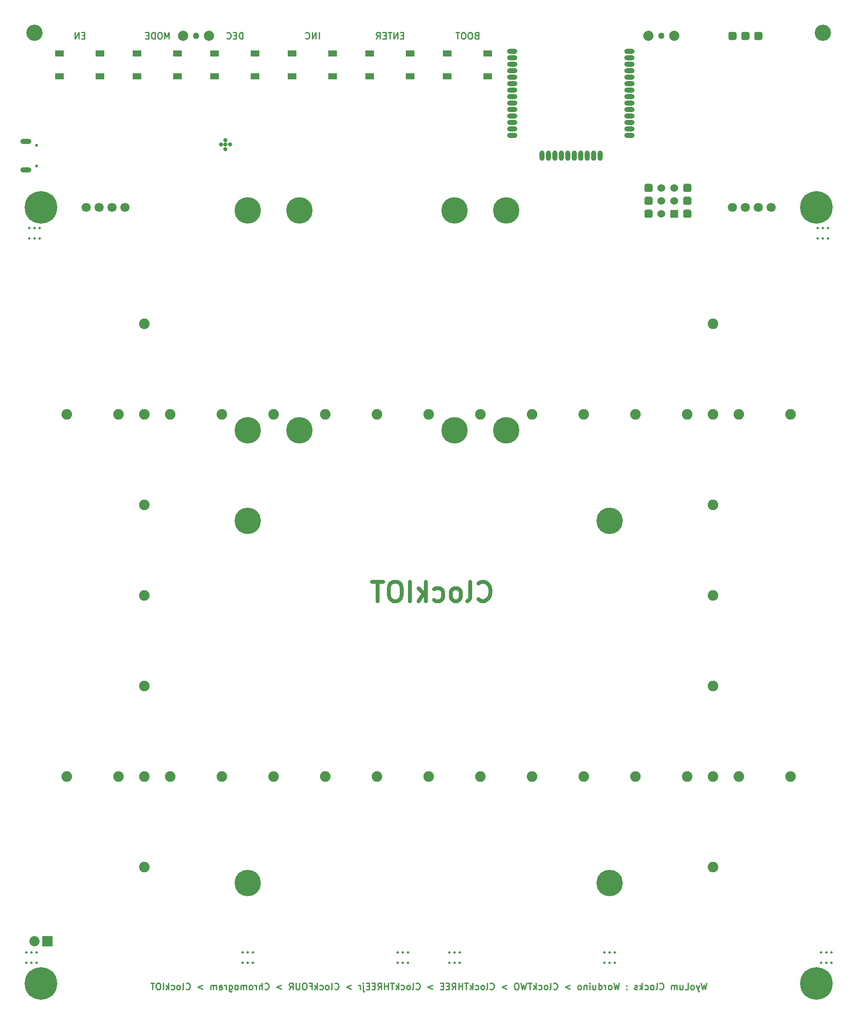
<source format=gbs>
G04 #@! TF.GenerationSoftware,KiCad,Pcbnew,5.0.0-rc2-unknown-6d77e59~65~ubuntu16.04.1*
G04 #@! TF.CreationDate,2018-06-25T19:28:44+05:30*
G04 #@! TF.ProjectId,ClockIOT,436C6F636B494F542E6B696361645F70,rev 1*
G04 #@! TF.SameCoordinates,PX2fd7508PY2fd7508*
G04 #@! TF.FileFunction,Soldermask,Bot*
G04 #@! TF.FilePolarity,Negative*
%FSLAX46Y46*%
G04 Gerber Fmt 4.6, Leading zero omitted, Abs format (unit mm)*
G04 Created by KiCad (PCBNEW 5.0.0-rc2-unknown-6d77e59~65~ubuntu16.04.1) date Mon Jun 25 19:28:44 2018*
%MOMM*%
%LPD*%
G01*
G04 APERTURE LIST*
%ADD10C,0.254000*%
%ADD11C,0.762000*%
%ADD12O,2.150000X1.050000*%
%ADD13C,0.600000*%
%ADD14R,1.800000X1.300000*%
%ADD15C,5.200000*%
%ADD16C,6.400000*%
%ADD17C,0.800000*%
%ADD18O,2.000000X1.000000*%
%ADD19O,1.000000X2.000000*%
%ADD20C,2.082800*%
%ADD21O,2.000000X2.000000*%
%ADD22R,2.000000X2.000000*%
%ADD23C,0.508000*%
%ADD24C,1.800000*%
%ADD25C,1.524000*%
%ADD26R,1.524000X1.524000*%
%ADD27C,0.127000*%
%ADD28C,1.600000*%
%ADD29C,1.270000*%
%ADD30C,2.000000*%
%ADD31C,3.200000*%
G04 APERTURE END LIST*
D10*
X135889999Y-189804523D02*
X135587619Y-191074523D01*
X135345714Y-190167380D01*
X135103809Y-191074523D01*
X134801428Y-189804523D01*
X134438571Y-190227857D02*
X134136190Y-191074523D01*
X133833809Y-190227857D02*
X134136190Y-191074523D01*
X134257142Y-191376904D01*
X134317619Y-191437380D01*
X134438571Y-191497857D01*
X133168571Y-191074523D02*
X133289523Y-191014047D01*
X133349999Y-190953571D01*
X133410476Y-190832619D01*
X133410476Y-190469761D01*
X133349999Y-190348809D01*
X133289523Y-190288333D01*
X133168571Y-190227857D01*
X132987142Y-190227857D01*
X132866190Y-190288333D01*
X132805714Y-190348809D01*
X132745238Y-190469761D01*
X132745238Y-190832619D01*
X132805714Y-190953571D01*
X132866190Y-191014047D01*
X132987142Y-191074523D01*
X133168571Y-191074523D01*
X131596190Y-191074523D02*
X132200952Y-191074523D01*
X132200952Y-189804523D01*
X130628571Y-190227857D02*
X130628571Y-191074523D01*
X131172857Y-190227857D02*
X131172857Y-190893095D01*
X131112380Y-191014047D01*
X130991428Y-191074523D01*
X130809999Y-191074523D01*
X130689047Y-191014047D01*
X130628571Y-190953571D01*
X130023809Y-191074523D02*
X130023809Y-190227857D01*
X130023809Y-190348809D02*
X129963333Y-190288333D01*
X129842380Y-190227857D01*
X129660952Y-190227857D01*
X129539999Y-190288333D01*
X129479523Y-190409285D01*
X129479523Y-191074523D01*
X129479523Y-190409285D02*
X129419047Y-190288333D01*
X129298095Y-190227857D01*
X129116666Y-190227857D01*
X128995714Y-190288333D01*
X128935238Y-190409285D01*
X128935238Y-191074523D01*
X126637142Y-190953571D02*
X126697619Y-191014047D01*
X126879047Y-191074523D01*
X127000000Y-191074523D01*
X127181428Y-191014047D01*
X127302380Y-190893095D01*
X127362857Y-190772142D01*
X127423333Y-190530238D01*
X127423333Y-190348809D01*
X127362857Y-190106904D01*
X127302380Y-189985952D01*
X127181428Y-189865000D01*
X127000000Y-189804523D01*
X126879047Y-189804523D01*
X126697619Y-189865000D01*
X126637142Y-189925476D01*
X125911428Y-191074523D02*
X126032380Y-191014047D01*
X126092857Y-190893095D01*
X126092857Y-189804523D01*
X125246190Y-191074523D02*
X125367142Y-191014047D01*
X125427619Y-190953571D01*
X125488095Y-190832619D01*
X125488095Y-190469761D01*
X125427619Y-190348809D01*
X125367142Y-190288333D01*
X125246190Y-190227857D01*
X125064761Y-190227857D01*
X124943809Y-190288333D01*
X124883333Y-190348809D01*
X124822857Y-190469761D01*
X124822857Y-190832619D01*
X124883333Y-190953571D01*
X124943809Y-191014047D01*
X125064761Y-191074523D01*
X125246190Y-191074523D01*
X123734285Y-191014047D02*
X123855238Y-191074523D01*
X124097142Y-191074523D01*
X124218095Y-191014047D01*
X124278571Y-190953571D01*
X124339047Y-190832619D01*
X124339047Y-190469761D01*
X124278571Y-190348809D01*
X124218095Y-190288333D01*
X124097142Y-190227857D01*
X123855238Y-190227857D01*
X123734285Y-190288333D01*
X123190000Y-191074523D02*
X123190000Y-189804523D01*
X123069047Y-190590714D02*
X122706190Y-191074523D01*
X122706190Y-190227857D02*
X123190000Y-190711666D01*
X122222380Y-191014047D02*
X122101428Y-191074523D01*
X121859523Y-191074523D01*
X121738571Y-191014047D01*
X121678095Y-190893095D01*
X121678095Y-190832619D01*
X121738571Y-190711666D01*
X121859523Y-190651190D01*
X122040952Y-190651190D01*
X122161904Y-190590714D01*
X122222380Y-190469761D01*
X122222380Y-190409285D01*
X122161904Y-190288333D01*
X122040952Y-190227857D01*
X121859523Y-190227857D01*
X121738571Y-190288333D01*
X120166190Y-190953571D02*
X120105714Y-191014047D01*
X120166190Y-191074523D01*
X120226666Y-191014047D01*
X120166190Y-190953571D01*
X120166190Y-191074523D01*
X120166190Y-190288333D02*
X120105714Y-190348809D01*
X120166190Y-190409285D01*
X120226666Y-190348809D01*
X120166190Y-190288333D01*
X120166190Y-190409285D01*
X118714761Y-189804523D02*
X118412380Y-191074523D01*
X118170476Y-190167380D01*
X117928571Y-191074523D01*
X117626190Y-189804523D01*
X116960952Y-191074523D02*
X117081904Y-191014047D01*
X117142380Y-190953571D01*
X117202857Y-190832619D01*
X117202857Y-190469761D01*
X117142380Y-190348809D01*
X117081904Y-190288333D01*
X116960952Y-190227857D01*
X116779523Y-190227857D01*
X116658571Y-190288333D01*
X116598095Y-190348809D01*
X116537619Y-190469761D01*
X116537619Y-190832619D01*
X116598095Y-190953571D01*
X116658571Y-191014047D01*
X116779523Y-191074523D01*
X116960952Y-191074523D01*
X115993333Y-191074523D02*
X115993333Y-190227857D01*
X115993333Y-190469761D02*
X115932857Y-190348809D01*
X115872380Y-190288333D01*
X115751428Y-190227857D01*
X115630476Y-190227857D01*
X114662857Y-191074523D02*
X114662857Y-189804523D01*
X114662857Y-191014047D02*
X114783809Y-191074523D01*
X115025714Y-191074523D01*
X115146666Y-191014047D01*
X115207142Y-190953571D01*
X115267619Y-190832619D01*
X115267619Y-190469761D01*
X115207142Y-190348809D01*
X115146666Y-190288333D01*
X115025714Y-190227857D01*
X114783809Y-190227857D01*
X114662857Y-190288333D01*
X113513809Y-190227857D02*
X113513809Y-191074523D01*
X114058095Y-190227857D02*
X114058095Y-190893095D01*
X113997619Y-191014047D01*
X113876666Y-191074523D01*
X113695238Y-191074523D01*
X113574285Y-191014047D01*
X113513809Y-190953571D01*
X112909047Y-191074523D02*
X112909047Y-190227857D01*
X112909047Y-189804523D02*
X112969523Y-189865000D01*
X112909047Y-189925476D01*
X112848571Y-189865000D01*
X112909047Y-189804523D01*
X112909047Y-189925476D01*
X112304285Y-190227857D02*
X112304285Y-191074523D01*
X112304285Y-190348809D02*
X112243809Y-190288333D01*
X112122857Y-190227857D01*
X111941428Y-190227857D01*
X111820476Y-190288333D01*
X111760000Y-190409285D01*
X111760000Y-191074523D01*
X110973809Y-191074523D02*
X111094761Y-191014047D01*
X111155238Y-190953571D01*
X111215714Y-190832619D01*
X111215714Y-190469761D01*
X111155238Y-190348809D01*
X111094761Y-190288333D01*
X110973809Y-190227857D01*
X110792380Y-190227857D01*
X110671428Y-190288333D01*
X110610952Y-190348809D01*
X110550476Y-190469761D01*
X110550476Y-190832619D01*
X110610952Y-190953571D01*
X110671428Y-191014047D01*
X110792380Y-191074523D01*
X110973809Y-191074523D01*
X109038571Y-190227857D02*
X108070952Y-190590714D01*
X109038571Y-190953571D01*
X105772857Y-190953571D02*
X105833333Y-191014047D01*
X106014761Y-191074523D01*
X106135714Y-191074523D01*
X106317142Y-191014047D01*
X106438095Y-190893095D01*
X106498571Y-190772142D01*
X106559047Y-190530238D01*
X106559047Y-190348809D01*
X106498571Y-190106904D01*
X106438095Y-189985952D01*
X106317142Y-189865000D01*
X106135714Y-189804523D01*
X106014761Y-189804523D01*
X105833333Y-189865000D01*
X105772857Y-189925476D01*
X105047142Y-191074523D02*
X105168095Y-191014047D01*
X105228571Y-190893095D01*
X105228571Y-189804523D01*
X104381904Y-191074523D02*
X104502857Y-191014047D01*
X104563333Y-190953571D01*
X104623809Y-190832619D01*
X104623809Y-190469761D01*
X104563333Y-190348809D01*
X104502857Y-190288333D01*
X104381904Y-190227857D01*
X104200476Y-190227857D01*
X104079523Y-190288333D01*
X104019047Y-190348809D01*
X103958571Y-190469761D01*
X103958571Y-190832619D01*
X104019047Y-190953571D01*
X104079523Y-191014047D01*
X104200476Y-191074523D01*
X104381904Y-191074523D01*
X102870000Y-191014047D02*
X102990952Y-191074523D01*
X103232857Y-191074523D01*
X103353809Y-191014047D01*
X103414285Y-190953571D01*
X103474761Y-190832619D01*
X103474761Y-190469761D01*
X103414285Y-190348809D01*
X103353809Y-190288333D01*
X103232857Y-190227857D01*
X102990952Y-190227857D01*
X102870000Y-190288333D01*
X102325714Y-191074523D02*
X102325714Y-189804523D01*
X102204761Y-190590714D02*
X101841904Y-191074523D01*
X101841904Y-190227857D02*
X102325714Y-190711666D01*
X101479047Y-189804523D02*
X100753333Y-189804523D01*
X101116190Y-191074523D02*
X101116190Y-189804523D01*
X100450952Y-189804523D02*
X100148571Y-191074523D01*
X99906666Y-190167380D01*
X99664761Y-191074523D01*
X99362380Y-189804523D01*
X98636666Y-189804523D02*
X98394761Y-189804523D01*
X98273809Y-189865000D01*
X98152857Y-189985952D01*
X98092380Y-190227857D01*
X98092380Y-190651190D01*
X98152857Y-190893095D01*
X98273809Y-191014047D01*
X98394761Y-191074523D01*
X98636666Y-191074523D01*
X98757619Y-191014047D01*
X98878571Y-190893095D01*
X98939047Y-190651190D01*
X98939047Y-190227857D01*
X98878571Y-189985952D01*
X98757619Y-189865000D01*
X98636666Y-189804523D01*
X96580476Y-190227857D02*
X95612857Y-190590714D01*
X96580476Y-190953571D01*
X93314761Y-190953571D02*
X93375238Y-191014047D01*
X93556666Y-191074523D01*
X93677619Y-191074523D01*
X93859047Y-191014047D01*
X93980000Y-190893095D01*
X94040476Y-190772142D01*
X94100952Y-190530238D01*
X94100952Y-190348809D01*
X94040476Y-190106904D01*
X93980000Y-189985952D01*
X93859047Y-189865000D01*
X93677619Y-189804523D01*
X93556666Y-189804523D01*
X93375238Y-189865000D01*
X93314761Y-189925476D01*
X92589047Y-191074523D02*
X92710000Y-191014047D01*
X92770476Y-190893095D01*
X92770476Y-189804523D01*
X91923809Y-191074523D02*
X92044761Y-191014047D01*
X92105238Y-190953571D01*
X92165714Y-190832619D01*
X92165714Y-190469761D01*
X92105238Y-190348809D01*
X92044761Y-190288333D01*
X91923809Y-190227857D01*
X91742380Y-190227857D01*
X91621428Y-190288333D01*
X91560952Y-190348809D01*
X91500476Y-190469761D01*
X91500476Y-190832619D01*
X91560952Y-190953571D01*
X91621428Y-191014047D01*
X91742380Y-191074523D01*
X91923809Y-191074523D01*
X90411904Y-191014047D02*
X90532857Y-191074523D01*
X90774761Y-191074523D01*
X90895714Y-191014047D01*
X90956190Y-190953571D01*
X91016666Y-190832619D01*
X91016666Y-190469761D01*
X90956190Y-190348809D01*
X90895714Y-190288333D01*
X90774761Y-190227857D01*
X90532857Y-190227857D01*
X90411904Y-190288333D01*
X89867619Y-191074523D02*
X89867619Y-189804523D01*
X89746666Y-190590714D02*
X89383809Y-191074523D01*
X89383809Y-190227857D02*
X89867619Y-190711666D01*
X89020952Y-189804523D02*
X88295238Y-189804523D01*
X88658095Y-191074523D02*
X88658095Y-189804523D01*
X87871904Y-191074523D02*
X87871904Y-189804523D01*
X87871904Y-190409285D02*
X87146190Y-190409285D01*
X87146190Y-191074523D02*
X87146190Y-189804523D01*
X85815714Y-191074523D02*
X86239047Y-190469761D01*
X86541428Y-191074523D02*
X86541428Y-189804523D01*
X86057619Y-189804523D01*
X85936666Y-189865000D01*
X85876190Y-189925476D01*
X85815714Y-190046428D01*
X85815714Y-190227857D01*
X85876190Y-190348809D01*
X85936666Y-190409285D01*
X86057619Y-190469761D01*
X86541428Y-190469761D01*
X85271428Y-190409285D02*
X84848095Y-190409285D01*
X84666666Y-191074523D02*
X85271428Y-191074523D01*
X85271428Y-189804523D01*
X84666666Y-189804523D01*
X84122380Y-190409285D02*
X83699047Y-190409285D01*
X83517619Y-191074523D02*
X84122380Y-191074523D01*
X84122380Y-189804523D01*
X83517619Y-189804523D01*
X82005714Y-190227857D02*
X81038095Y-190590714D01*
X82005714Y-190953571D01*
X78740000Y-190953571D02*
X78800476Y-191014047D01*
X78981904Y-191074523D01*
X79102857Y-191074523D01*
X79284285Y-191014047D01*
X79405238Y-190893095D01*
X79465714Y-190772142D01*
X79526190Y-190530238D01*
X79526190Y-190348809D01*
X79465714Y-190106904D01*
X79405238Y-189985952D01*
X79284285Y-189865000D01*
X79102857Y-189804523D01*
X78981904Y-189804523D01*
X78800476Y-189865000D01*
X78740000Y-189925476D01*
X78014285Y-191074523D02*
X78135238Y-191014047D01*
X78195714Y-190893095D01*
X78195714Y-189804523D01*
X77349047Y-191074523D02*
X77470000Y-191014047D01*
X77530476Y-190953571D01*
X77590952Y-190832619D01*
X77590952Y-190469761D01*
X77530476Y-190348809D01*
X77470000Y-190288333D01*
X77349047Y-190227857D01*
X77167619Y-190227857D01*
X77046666Y-190288333D01*
X76986190Y-190348809D01*
X76925714Y-190469761D01*
X76925714Y-190832619D01*
X76986190Y-190953571D01*
X77046666Y-191014047D01*
X77167619Y-191074523D01*
X77349047Y-191074523D01*
X75837142Y-191014047D02*
X75958095Y-191074523D01*
X76200000Y-191074523D01*
X76320952Y-191014047D01*
X76381428Y-190953571D01*
X76441904Y-190832619D01*
X76441904Y-190469761D01*
X76381428Y-190348809D01*
X76320952Y-190288333D01*
X76200000Y-190227857D01*
X75958095Y-190227857D01*
X75837142Y-190288333D01*
X75292857Y-191074523D02*
X75292857Y-189804523D01*
X75171904Y-190590714D02*
X74809047Y-191074523D01*
X74809047Y-190227857D02*
X75292857Y-190711666D01*
X74446190Y-189804523D02*
X73720476Y-189804523D01*
X74083333Y-191074523D02*
X74083333Y-189804523D01*
X73297142Y-191074523D02*
X73297142Y-189804523D01*
X73297142Y-190409285D02*
X72571428Y-190409285D01*
X72571428Y-191074523D02*
X72571428Y-189804523D01*
X71240952Y-191074523D02*
X71664285Y-190469761D01*
X71966666Y-191074523D02*
X71966666Y-189804523D01*
X71482857Y-189804523D01*
X71361904Y-189865000D01*
X71301428Y-189925476D01*
X71240952Y-190046428D01*
X71240952Y-190227857D01*
X71301428Y-190348809D01*
X71361904Y-190409285D01*
X71482857Y-190469761D01*
X71966666Y-190469761D01*
X70696666Y-190409285D02*
X70273333Y-190409285D01*
X70091904Y-191074523D02*
X70696666Y-191074523D01*
X70696666Y-189804523D01*
X70091904Y-189804523D01*
X69547619Y-190409285D02*
X69124285Y-190409285D01*
X68942857Y-191074523D02*
X69547619Y-191074523D01*
X69547619Y-189804523D01*
X68942857Y-189804523D01*
X68398571Y-190227857D02*
X68398571Y-191316428D01*
X68459047Y-191437380D01*
X68580000Y-191497857D01*
X68640476Y-191497857D01*
X68398571Y-189804523D02*
X68459047Y-189865000D01*
X68398571Y-189925476D01*
X68338095Y-189865000D01*
X68398571Y-189804523D01*
X68398571Y-189925476D01*
X67793809Y-191074523D02*
X67793809Y-190227857D01*
X67793809Y-190469761D02*
X67733333Y-190348809D01*
X67672857Y-190288333D01*
X67551904Y-190227857D01*
X67430952Y-190227857D01*
X66040000Y-190227857D02*
X65072380Y-190590714D01*
X66040000Y-190953571D01*
X62774285Y-190953571D02*
X62834761Y-191014047D01*
X63016190Y-191074523D01*
X63137142Y-191074523D01*
X63318571Y-191014047D01*
X63439523Y-190893095D01*
X63500000Y-190772142D01*
X63560476Y-190530238D01*
X63560476Y-190348809D01*
X63500000Y-190106904D01*
X63439523Y-189985952D01*
X63318571Y-189865000D01*
X63137142Y-189804523D01*
X63016190Y-189804523D01*
X62834761Y-189865000D01*
X62774285Y-189925476D01*
X62048571Y-191074523D02*
X62169523Y-191014047D01*
X62230000Y-190893095D01*
X62230000Y-189804523D01*
X61383333Y-191074523D02*
X61504285Y-191014047D01*
X61564761Y-190953571D01*
X61625238Y-190832619D01*
X61625238Y-190469761D01*
X61564761Y-190348809D01*
X61504285Y-190288333D01*
X61383333Y-190227857D01*
X61201904Y-190227857D01*
X61080952Y-190288333D01*
X61020476Y-190348809D01*
X60960000Y-190469761D01*
X60960000Y-190832619D01*
X61020476Y-190953571D01*
X61080952Y-191014047D01*
X61201904Y-191074523D01*
X61383333Y-191074523D01*
X59871428Y-191014047D02*
X59992380Y-191074523D01*
X60234285Y-191074523D01*
X60355238Y-191014047D01*
X60415714Y-190953571D01*
X60476190Y-190832619D01*
X60476190Y-190469761D01*
X60415714Y-190348809D01*
X60355238Y-190288333D01*
X60234285Y-190227857D01*
X59992380Y-190227857D01*
X59871428Y-190288333D01*
X59327142Y-191074523D02*
X59327142Y-189804523D01*
X59206190Y-190590714D02*
X58843333Y-191074523D01*
X58843333Y-190227857D02*
X59327142Y-190711666D01*
X57875714Y-190409285D02*
X58299047Y-190409285D01*
X58299047Y-191074523D02*
X58299047Y-189804523D01*
X57694285Y-189804523D01*
X56968571Y-189804523D02*
X56726666Y-189804523D01*
X56605714Y-189865000D01*
X56484761Y-189985952D01*
X56424285Y-190227857D01*
X56424285Y-190651190D01*
X56484761Y-190893095D01*
X56605714Y-191014047D01*
X56726666Y-191074523D01*
X56968571Y-191074523D01*
X57089523Y-191014047D01*
X57210476Y-190893095D01*
X57270952Y-190651190D01*
X57270952Y-190227857D01*
X57210476Y-189985952D01*
X57089523Y-189865000D01*
X56968571Y-189804523D01*
X55880000Y-189804523D02*
X55880000Y-190832619D01*
X55819523Y-190953571D01*
X55759047Y-191014047D01*
X55638095Y-191074523D01*
X55396190Y-191074523D01*
X55275238Y-191014047D01*
X55214761Y-190953571D01*
X55154285Y-190832619D01*
X55154285Y-189804523D01*
X53823809Y-191074523D02*
X54247142Y-190469761D01*
X54549523Y-191074523D02*
X54549523Y-189804523D01*
X54065714Y-189804523D01*
X53944761Y-189865000D01*
X53884285Y-189925476D01*
X53823809Y-190046428D01*
X53823809Y-190227857D01*
X53884285Y-190348809D01*
X53944761Y-190409285D01*
X54065714Y-190469761D01*
X54549523Y-190469761D01*
X52311904Y-190227857D02*
X51344285Y-190590714D01*
X52311904Y-190953571D01*
X49046190Y-190953571D02*
X49106666Y-191014047D01*
X49288095Y-191074523D01*
X49409047Y-191074523D01*
X49590476Y-191014047D01*
X49711428Y-190893095D01*
X49771904Y-190772142D01*
X49832380Y-190530238D01*
X49832380Y-190348809D01*
X49771904Y-190106904D01*
X49711428Y-189985952D01*
X49590476Y-189865000D01*
X49409047Y-189804523D01*
X49288095Y-189804523D01*
X49106666Y-189865000D01*
X49046190Y-189925476D01*
X48501904Y-191074523D02*
X48501904Y-189804523D01*
X47957619Y-191074523D02*
X47957619Y-190409285D01*
X48018095Y-190288333D01*
X48139047Y-190227857D01*
X48320476Y-190227857D01*
X48441428Y-190288333D01*
X48501904Y-190348809D01*
X47352857Y-191074523D02*
X47352857Y-190227857D01*
X47352857Y-190469761D02*
X47292380Y-190348809D01*
X47231904Y-190288333D01*
X47110952Y-190227857D01*
X46990000Y-190227857D01*
X46385238Y-191074523D02*
X46506190Y-191014047D01*
X46566666Y-190953571D01*
X46627142Y-190832619D01*
X46627142Y-190469761D01*
X46566666Y-190348809D01*
X46506190Y-190288333D01*
X46385238Y-190227857D01*
X46203809Y-190227857D01*
X46082857Y-190288333D01*
X46022380Y-190348809D01*
X45961904Y-190469761D01*
X45961904Y-190832619D01*
X46022380Y-190953571D01*
X46082857Y-191014047D01*
X46203809Y-191074523D01*
X46385238Y-191074523D01*
X45417619Y-191074523D02*
X45417619Y-190227857D01*
X45417619Y-190348809D02*
X45357142Y-190288333D01*
X45236190Y-190227857D01*
X45054761Y-190227857D01*
X44933809Y-190288333D01*
X44873333Y-190409285D01*
X44873333Y-191074523D01*
X44873333Y-190409285D02*
X44812857Y-190288333D01*
X44691904Y-190227857D01*
X44510476Y-190227857D01*
X44389523Y-190288333D01*
X44329047Y-190409285D01*
X44329047Y-191074523D01*
X43542857Y-191074523D02*
X43663809Y-191014047D01*
X43724285Y-190953571D01*
X43784761Y-190832619D01*
X43784761Y-190469761D01*
X43724285Y-190348809D01*
X43663809Y-190288333D01*
X43542857Y-190227857D01*
X43361428Y-190227857D01*
X43240476Y-190288333D01*
X43180000Y-190348809D01*
X43119523Y-190469761D01*
X43119523Y-190832619D01*
X43180000Y-190953571D01*
X43240476Y-191014047D01*
X43361428Y-191074523D01*
X43542857Y-191074523D01*
X42030952Y-190227857D02*
X42030952Y-191255952D01*
X42091428Y-191376904D01*
X42151904Y-191437380D01*
X42272857Y-191497857D01*
X42454285Y-191497857D01*
X42575238Y-191437380D01*
X42030952Y-191014047D02*
X42151904Y-191074523D01*
X42393809Y-191074523D01*
X42514761Y-191014047D01*
X42575238Y-190953571D01*
X42635714Y-190832619D01*
X42635714Y-190469761D01*
X42575238Y-190348809D01*
X42514761Y-190288333D01*
X42393809Y-190227857D01*
X42151904Y-190227857D01*
X42030952Y-190288333D01*
X41426190Y-191074523D02*
X41426190Y-190227857D01*
X41426190Y-190469761D02*
X41365714Y-190348809D01*
X41305238Y-190288333D01*
X41184285Y-190227857D01*
X41063333Y-190227857D01*
X40095714Y-191074523D02*
X40095714Y-190409285D01*
X40156190Y-190288333D01*
X40277142Y-190227857D01*
X40519047Y-190227857D01*
X40640000Y-190288333D01*
X40095714Y-191014047D02*
X40216666Y-191074523D01*
X40519047Y-191074523D01*
X40640000Y-191014047D01*
X40700476Y-190893095D01*
X40700476Y-190772142D01*
X40640000Y-190651190D01*
X40519047Y-190590714D01*
X40216666Y-190590714D01*
X40095714Y-190530238D01*
X39490952Y-191074523D02*
X39490952Y-190227857D01*
X39490952Y-190348809D02*
X39430476Y-190288333D01*
X39309523Y-190227857D01*
X39128095Y-190227857D01*
X39007142Y-190288333D01*
X38946666Y-190409285D01*
X38946666Y-191074523D01*
X38946666Y-190409285D02*
X38886190Y-190288333D01*
X38765238Y-190227857D01*
X38583809Y-190227857D01*
X38462857Y-190288333D01*
X38402380Y-190409285D01*
X38402380Y-191074523D01*
X36830000Y-190227857D02*
X35862380Y-190590714D01*
X36830000Y-190953571D01*
X33564285Y-190953571D02*
X33624761Y-191014047D01*
X33806190Y-191074523D01*
X33927142Y-191074523D01*
X34108571Y-191014047D01*
X34229523Y-190893095D01*
X34290000Y-190772142D01*
X34350476Y-190530238D01*
X34350476Y-190348809D01*
X34290000Y-190106904D01*
X34229523Y-189985952D01*
X34108571Y-189865000D01*
X33927142Y-189804523D01*
X33806190Y-189804523D01*
X33624761Y-189865000D01*
X33564285Y-189925476D01*
X32838571Y-191074523D02*
X32959523Y-191014047D01*
X33020000Y-190893095D01*
X33020000Y-189804523D01*
X32173333Y-191074523D02*
X32294285Y-191014047D01*
X32354761Y-190953571D01*
X32415238Y-190832619D01*
X32415238Y-190469761D01*
X32354761Y-190348809D01*
X32294285Y-190288333D01*
X32173333Y-190227857D01*
X31991904Y-190227857D01*
X31870952Y-190288333D01*
X31810476Y-190348809D01*
X31750000Y-190469761D01*
X31750000Y-190832619D01*
X31810476Y-190953571D01*
X31870952Y-191014047D01*
X31991904Y-191074523D01*
X32173333Y-191074523D01*
X30661428Y-191014047D02*
X30782380Y-191074523D01*
X31024285Y-191074523D01*
X31145238Y-191014047D01*
X31205714Y-190953571D01*
X31266190Y-190832619D01*
X31266190Y-190469761D01*
X31205714Y-190348809D01*
X31145238Y-190288333D01*
X31024285Y-190227857D01*
X30782380Y-190227857D01*
X30661428Y-190288333D01*
X30117142Y-191074523D02*
X30117142Y-189804523D01*
X29996190Y-190590714D02*
X29633333Y-191074523D01*
X29633333Y-190227857D02*
X30117142Y-190711666D01*
X29089047Y-191074523D02*
X29089047Y-189804523D01*
X28242380Y-189804523D02*
X28000476Y-189804523D01*
X27879523Y-189865000D01*
X27758571Y-189985952D01*
X27698095Y-190227857D01*
X27698095Y-190651190D01*
X27758571Y-190893095D01*
X27879523Y-191014047D01*
X28000476Y-191074523D01*
X28242380Y-191074523D01*
X28363333Y-191014047D01*
X28484285Y-190893095D01*
X28544761Y-190651190D01*
X28544761Y-190227857D01*
X28484285Y-189985952D01*
X28363333Y-189865000D01*
X28242380Y-189804523D01*
X27335238Y-189804523D02*
X26609523Y-189804523D01*
X26972380Y-191074523D02*
X26972380Y-189804523D01*
D11*
X90986428Y-114390714D02*
X91167857Y-114572142D01*
X91712142Y-114753571D01*
X92075000Y-114753571D01*
X92619285Y-114572142D01*
X92982142Y-114209285D01*
X93163571Y-113846428D01*
X93345000Y-113120714D01*
X93345000Y-112576428D01*
X93163571Y-111850714D01*
X92982142Y-111487857D01*
X92619285Y-111125000D01*
X92075000Y-110943571D01*
X91712142Y-110943571D01*
X91167857Y-111125000D01*
X90986428Y-111306428D01*
X88809285Y-114753571D02*
X89172142Y-114572142D01*
X89353571Y-114209285D01*
X89353571Y-110943571D01*
X86813571Y-114753571D02*
X87176428Y-114572142D01*
X87357857Y-114390714D01*
X87539285Y-114027857D01*
X87539285Y-112939285D01*
X87357857Y-112576428D01*
X87176428Y-112395000D01*
X86813571Y-112213571D01*
X86269285Y-112213571D01*
X85906428Y-112395000D01*
X85725000Y-112576428D01*
X85543571Y-112939285D01*
X85543571Y-114027857D01*
X85725000Y-114390714D01*
X85906428Y-114572142D01*
X86269285Y-114753571D01*
X86813571Y-114753571D01*
X82277857Y-114572142D02*
X82640714Y-114753571D01*
X83366428Y-114753571D01*
X83729285Y-114572142D01*
X83910714Y-114390714D01*
X84092142Y-114027857D01*
X84092142Y-112939285D01*
X83910714Y-112576428D01*
X83729285Y-112395000D01*
X83366428Y-112213571D01*
X82640714Y-112213571D01*
X82277857Y-112395000D01*
X80645000Y-114753571D02*
X80645000Y-110943571D01*
X80282142Y-113302142D02*
X79193571Y-114753571D01*
X79193571Y-112213571D02*
X80645000Y-113665000D01*
X77560714Y-114753571D02*
X77560714Y-110943571D01*
X75020714Y-110943571D02*
X74295000Y-110943571D01*
X73932142Y-111125000D01*
X73569285Y-111487857D01*
X73387857Y-112213571D01*
X73387857Y-113483571D01*
X73569285Y-114209285D01*
X73932142Y-114572142D01*
X74295000Y-114753571D01*
X75020714Y-114753571D01*
X75383571Y-114572142D01*
X75746428Y-114209285D01*
X75927857Y-113483571D01*
X75927857Y-112213571D01*
X75746428Y-111487857D01*
X75383571Y-111125000D01*
X75020714Y-110943571D01*
X72299285Y-110943571D02*
X70122142Y-110943571D01*
X71210714Y-114753571D02*
X71210714Y-110943571D01*
D10*
X90623571Y-3719285D02*
X90442142Y-3779761D01*
X90381666Y-3840238D01*
X90321190Y-3961190D01*
X90321190Y-4142619D01*
X90381666Y-4263571D01*
X90442142Y-4324047D01*
X90563095Y-4384523D01*
X91046904Y-4384523D01*
X91046904Y-3114523D01*
X90623571Y-3114523D01*
X90502619Y-3175000D01*
X90442142Y-3235476D01*
X90381666Y-3356428D01*
X90381666Y-3477380D01*
X90442142Y-3598333D01*
X90502619Y-3658809D01*
X90623571Y-3719285D01*
X91046904Y-3719285D01*
X89535000Y-3114523D02*
X89293095Y-3114523D01*
X89172142Y-3175000D01*
X89051190Y-3295952D01*
X88990714Y-3537857D01*
X88990714Y-3961190D01*
X89051190Y-4203095D01*
X89172142Y-4324047D01*
X89293095Y-4384523D01*
X89535000Y-4384523D01*
X89655952Y-4324047D01*
X89776904Y-4203095D01*
X89837380Y-3961190D01*
X89837380Y-3537857D01*
X89776904Y-3295952D01*
X89655952Y-3175000D01*
X89535000Y-3114523D01*
X88204523Y-3114523D02*
X87962619Y-3114523D01*
X87841666Y-3175000D01*
X87720714Y-3295952D01*
X87660238Y-3537857D01*
X87660238Y-3961190D01*
X87720714Y-4203095D01*
X87841666Y-4324047D01*
X87962619Y-4384523D01*
X88204523Y-4384523D01*
X88325476Y-4324047D01*
X88446428Y-4203095D01*
X88506904Y-3961190D01*
X88506904Y-3537857D01*
X88446428Y-3295952D01*
X88325476Y-3175000D01*
X88204523Y-3114523D01*
X87297380Y-3114523D02*
X86571666Y-3114523D01*
X86934523Y-4384523D02*
X86934523Y-3114523D01*
X76290714Y-3719285D02*
X75867380Y-3719285D01*
X75685952Y-4384523D02*
X76290714Y-4384523D01*
X76290714Y-3114523D01*
X75685952Y-3114523D01*
X75141666Y-4384523D02*
X75141666Y-3114523D01*
X74415952Y-4384523D01*
X74415952Y-3114523D01*
X73992619Y-3114523D02*
X73266904Y-3114523D01*
X73629761Y-4384523D02*
X73629761Y-3114523D01*
X72843571Y-3719285D02*
X72420238Y-3719285D01*
X72238809Y-4384523D02*
X72843571Y-4384523D01*
X72843571Y-3114523D01*
X72238809Y-3114523D01*
X70968809Y-4384523D02*
X71392142Y-3779761D01*
X71694523Y-4384523D02*
X71694523Y-3114523D01*
X71210714Y-3114523D01*
X71089761Y-3175000D01*
X71029285Y-3235476D01*
X70968809Y-3356428D01*
X70968809Y-3537857D01*
X71029285Y-3658809D01*
X71089761Y-3719285D01*
X71210714Y-3779761D01*
X71694523Y-3779761D01*
X59720238Y-4384523D02*
X59720238Y-3114523D01*
X59115476Y-4384523D02*
X59115476Y-3114523D01*
X58389761Y-4384523D01*
X58389761Y-3114523D01*
X57059285Y-4263571D02*
X57119761Y-4324047D01*
X57301190Y-4384523D01*
X57422142Y-4384523D01*
X57603571Y-4324047D01*
X57724523Y-4203095D01*
X57785000Y-4082142D01*
X57845476Y-3840238D01*
X57845476Y-3658809D01*
X57785000Y-3416904D01*
X57724523Y-3295952D01*
X57603571Y-3175000D01*
X57422142Y-3114523D01*
X57301190Y-3114523D01*
X57119761Y-3175000D01*
X57059285Y-3235476D01*
X44722142Y-4384523D02*
X44722142Y-3114523D01*
X44419761Y-3114523D01*
X44238333Y-3175000D01*
X44117380Y-3295952D01*
X44056904Y-3416904D01*
X43996428Y-3658809D01*
X43996428Y-3840238D01*
X44056904Y-4082142D01*
X44117380Y-4203095D01*
X44238333Y-4324047D01*
X44419761Y-4384523D01*
X44722142Y-4384523D01*
X43452142Y-3719285D02*
X43028809Y-3719285D01*
X42847380Y-4384523D02*
X43452142Y-4384523D01*
X43452142Y-3114523D01*
X42847380Y-3114523D01*
X41577380Y-4263571D02*
X41637857Y-4324047D01*
X41819285Y-4384523D01*
X41940238Y-4384523D01*
X42121666Y-4324047D01*
X42242619Y-4203095D01*
X42303095Y-4082142D01*
X42363571Y-3840238D01*
X42363571Y-3658809D01*
X42303095Y-3416904D01*
X42242619Y-3295952D01*
X42121666Y-3175000D01*
X41940238Y-3114523D01*
X41819285Y-3114523D01*
X41637857Y-3175000D01*
X41577380Y-3235476D01*
X30238095Y-4384523D02*
X30238095Y-3114523D01*
X29814761Y-4021666D01*
X29391428Y-3114523D01*
X29391428Y-4384523D01*
X28544761Y-3114523D02*
X28302857Y-3114523D01*
X28181904Y-3175000D01*
X28060952Y-3295952D01*
X28000476Y-3537857D01*
X28000476Y-3961190D01*
X28060952Y-4203095D01*
X28181904Y-4324047D01*
X28302857Y-4384523D01*
X28544761Y-4384523D01*
X28665714Y-4324047D01*
X28786666Y-4203095D01*
X28847142Y-3961190D01*
X28847142Y-3537857D01*
X28786666Y-3295952D01*
X28665714Y-3175000D01*
X28544761Y-3114523D01*
X27456190Y-4384523D02*
X27456190Y-3114523D01*
X27153809Y-3114523D01*
X26972380Y-3175000D01*
X26851428Y-3295952D01*
X26790952Y-3416904D01*
X26730476Y-3658809D01*
X26730476Y-3840238D01*
X26790952Y-4082142D01*
X26851428Y-4203095D01*
X26972380Y-4324047D01*
X27153809Y-4384523D01*
X27456190Y-4384523D01*
X26186190Y-3719285D02*
X25762857Y-3719285D01*
X25581428Y-4384523D02*
X26186190Y-4384523D01*
X26186190Y-3114523D01*
X25581428Y-3114523D01*
X13637380Y-3719285D02*
X13214047Y-3719285D01*
X13032619Y-4384523D02*
X13637380Y-4384523D01*
X13637380Y-3114523D01*
X13032619Y-3114523D01*
X12488333Y-4384523D02*
X12488333Y-3114523D01*
X11762619Y-4384523D01*
X11762619Y-3114523D01*
D12*
G04 #@! TO.C,P1*
X2085000Y-30170000D03*
X2085000Y-24500000D03*
D13*
X4235000Y-25335000D03*
X4235000Y-29335000D03*
G04 #@! TD*
D14*
G04 #@! TO.C,S5*
X39205000Y-11775000D03*
X47155000Y-11775000D03*
X47155000Y-7275000D03*
X39205000Y-7275000D03*
G04 #@! TD*
G04 #@! TO.C,S6*
X23965000Y-11775000D03*
X31915000Y-11775000D03*
X31915000Y-7275000D03*
X23965000Y-7275000D03*
G04 #@! TD*
G04 #@! TO.C,S4*
X84925000Y-11775000D03*
X92875000Y-11775000D03*
X92875000Y-7275000D03*
X84925000Y-7275000D03*
G04 #@! TD*
G04 #@! TO.C,S2*
X54445000Y-11775000D03*
X62395000Y-11775000D03*
X62395000Y-7275000D03*
X54445000Y-7275000D03*
G04 #@! TD*
G04 #@! TO.C,S3*
X8725000Y-11775000D03*
X16675000Y-11775000D03*
X16675000Y-7275000D03*
X8725000Y-7275000D03*
G04 #@! TD*
G04 #@! TO.C,S1*
X69685000Y-11775000D03*
X77635000Y-11775000D03*
X77635000Y-7275000D03*
X69685000Y-7275000D03*
G04 #@! TD*
D15*
G04 #@! TO.C,HB54*
X45720000Y-170180000D03*
G04 #@! TD*
G04 #@! TO.C,HB53*
X116840000Y-170180000D03*
G04 #@! TD*
G04 #@! TO.C,HB52*
X116840000Y-99060000D03*
G04 #@! TD*
G04 #@! TO.C,HB51*
X45720000Y-99060000D03*
G04 #@! TD*
D16*
G04 #@! TO.C,HB47*
X5080000Y-37465000D03*
D17*
X7480000Y-37465000D03*
X6777056Y-39162056D03*
X5080000Y-39865000D03*
X3382944Y-39162056D03*
X2680000Y-37465000D03*
X3382944Y-35767944D03*
X5080000Y-35065000D03*
X6777056Y-35767944D03*
G04 #@! TD*
D16*
G04 #@! TO.C,HB48*
X157480000Y-37465000D03*
D17*
X159880000Y-37465000D03*
X159177056Y-39162056D03*
X157480000Y-39865000D03*
X155782944Y-39162056D03*
X155080000Y-37465000D03*
X155782944Y-35767944D03*
X157480000Y-35065000D03*
X159177056Y-35767944D03*
G04 #@! TD*
D16*
G04 #@! TO.C,HB49*
X5080000Y-189865000D03*
D17*
X7480000Y-189865000D03*
X6777056Y-191562056D03*
X5080000Y-192265000D03*
X3382944Y-191562056D03*
X2680000Y-189865000D03*
X3382944Y-188167944D03*
X5080000Y-187465000D03*
X6777056Y-188167944D03*
G04 #@! TD*
D16*
G04 #@! TO.C,HB50*
X157480000Y-189865000D03*
D17*
X159880000Y-189865000D03*
X159177056Y-191562056D03*
X157480000Y-192265000D03*
X155782944Y-191562056D03*
X155080000Y-189865000D03*
X155782944Y-188167944D03*
X157480000Y-187465000D03*
X159177056Y-188167944D03*
G04 #@! TD*
D18*
G04 #@! TO.C,U129*
X97720000Y-6815000D03*
X97720000Y-8085000D03*
X97720000Y-9355000D03*
X97720000Y-10625000D03*
X97720000Y-11895000D03*
X97720000Y-13165000D03*
X97720000Y-14435000D03*
X97720000Y-15705000D03*
X97720000Y-16975000D03*
X97720000Y-18245000D03*
X97720000Y-19515000D03*
X97720000Y-20785000D03*
X97720000Y-22055000D03*
X97720000Y-23325000D03*
X120720000Y-8085000D03*
X120720000Y-16975000D03*
X120720000Y-18245000D03*
X120720000Y-10625000D03*
X120720000Y-6815000D03*
X120720000Y-19515000D03*
X120720000Y-13165000D03*
X120720000Y-23325000D03*
X120720000Y-22055000D03*
X120720000Y-15705000D03*
X120720000Y-14435000D03*
X120720000Y-11895000D03*
X120720000Y-20785000D03*
X120720000Y-9355000D03*
D19*
X103505000Y-27315000D03*
X104775000Y-27315000D03*
X106045000Y-27315000D03*
X107315000Y-27315000D03*
X108585000Y-27315000D03*
X111125000Y-27315000D03*
X112395000Y-27315000D03*
X113665000Y-27315000D03*
X114935000Y-27315000D03*
X109855000Y-27315000D03*
G04 #@! TD*
D20*
G04 #@! TO.C,HB44*
X137160000Y-167005000D03*
G04 #@! TD*
G04 #@! TO.C,HB43*
X137160000Y-149225000D03*
G04 #@! TD*
G04 #@! TO.C,HB42*
X137160000Y-131445000D03*
G04 #@! TD*
G04 #@! TO.C,HB41*
X137160000Y-113665000D03*
G04 #@! TD*
G04 #@! TO.C,HB40*
X137160000Y-95885000D03*
G04 #@! TD*
G04 #@! TO.C,HB39*
X137160000Y-78105000D03*
G04 #@! TD*
G04 #@! TO.C,HB38*
X137160000Y-60325000D03*
G04 #@! TD*
G04 #@! TO.C,HB37*
X25400000Y-167005000D03*
G04 #@! TD*
G04 #@! TO.C,HB36*
X25400000Y-149225000D03*
G04 #@! TD*
G04 #@! TO.C,HB35*
X25400000Y-131445000D03*
G04 #@! TD*
G04 #@! TO.C,HB34*
X25400000Y-113665000D03*
G04 #@! TD*
G04 #@! TO.C,HB33*
X25400000Y-95885000D03*
G04 #@! TD*
G04 #@! TO.C,HB32*
X25400000Y-78105000D03*
G04 #@! TD*
G04 #@! TO.C,HB31*
X25400000Y-60325000D03*
G04 #@! TD*
G04 #@! TO.C,HB30*
X152400000Y-149225000D03*
G04 #@! TD*
G04 #@! TO.C,HB29*
X142240000Y-149225000D03*
G04 #@! TD*
G04 #@! TO.C,HB28*
X132080000Y-149225000D03*
G04 #@! TD*
G04 #@! TO.C,HB27*
X121920000Y-149225000D03*
G04 #@! TD*
G04 #@! TO.C,HB26*
X111760000Y-149225000D03*
G04 #@! TD*
G04 #@! TO.C,HB25*
X101600000Y-149225000D03*
G04 #@! TD*
G04 #@! TO.C,HB24*
X91440000Y-149225000D03*
G04 #@! TD*
G04 #@! TO.C,HB23*
X81280000Y-149225000D03*
G04 #@! TD*
G04 #@! TO.C,HB22*
X71120000Y-149225000D03*
G04 #@! TD*
G04 #@! TO.C,HB21*
X60960000Y-149225000D03*
G04 #@! TD*
G04 #@! TO.C,HB20*
X50800000Y-149225000D03*
G04 #@! TD*
G04 #@! TO.C,HB19*
X40640000Y-149225000D03*
G04 #@! TD*
G04 #@! TO.C,HB18*
X30480000Y-149225000D03*
G04 #@! TD*
G04 #@! TO.C,HB17*
X20320000Y-149225000D03*
G04 #@! TD*
G04 #@! TO.C,HB16*
X10160000Y-149225000D03*
G04 #@! TD*
G04 #@! TO.C,HB15*
X152400000Y-78105000D03*
G04 #@! TD*
G04 #@! TO.C,HB14*
X142240000Y-78105000D03*
G04 #@! TD*
G04 #@! TO.C,HB13*
X132080000Y-78105000D03*
G04 #@! TD*
G04 #@! TO.C,HB12*
X121920000Y-78105000D03*
G04 #@! TD*
G04 #@! TO.C,HB11*
X111760000Y-78105000D03*
G04 #@! TD*
G04 #@! TO.C,HB10*
X101600000Y-78105000D03*
G04 #@! TD*
G04 #@! TO.C,HB9*
X91440000Y-78105000D03*
G04 #@! TD*
G04 #@! TO.C,HB8*
X81280000Y-78105000D03*
G04 #@! TD*
G04 #@! TO.C,HB7*
X71120000Y-78105000D03*
G04 #@! TD*
G04 #@! TO.C,HB6*
X60960000Y-78105000D03*
G04 #@! TD*
G04 #@! TO.C,HB5*
X50800000Y-78105000D03*
G04 #@! TD*
G04 #@! TO.C,HB4*
X40640000Y-78105000D03*
G04 #@! TD*
G04 #@! TO.C,HB3*
X30480000Y-78105000D03*
G04 #@! TD*
G04 #@! TO.C,HB2*
X20320000Y-78105000D03*
G04 #@! TD*
G04 #@! TO.C,HB1*
X10160000Y-78105000D03*
G04 #@! TD*
D21*
G04 #@! TO.C,P2*
X3810000Y-181610000D03*
D22*
X6350000Y-181610000D03*
G04 #@! TD*
D23*
G04 #@! TO.C,BITE1*
X4826000Y-43561000D03*
X2794000Y-43561000D03*
X2794000Y-41529000D03*
X4826000Y-41529000D03*
X3810000Y-43561000D03*
X3810000Y-41529000D03*
G04 #@! TD*
G04 #@! TO.C,BITE2*
X159766000Y-43561000D03*
X157734000Y-43561000D03*
X157734000Y-41529000D03*
X159766000Y-41529000D03*
X158750000Y-43561000D03*
X158750000Y-41529000D03*
G04 #@! TD*
G04 #@! TO.C,BITE3*
X4191000Y-185801000D03*
X2159000Y-185801000D03*
X2159000Y-183769000D03*
X4191000Y-183769000D03*
X3175000Y-185801000D03*
X3175000Y-183769000D03*
G04 #@! TD*
G04 #@! TO.C,BITE4*
X46736000Y-185801000D03*
X44704000Y-185801000D03*
X44704000Y-183769000D03*
X46736000Y-183769000D03*
X45720000Y-185801000D03*
X45720000Y-183769000D03*
G04 #@! TD*
G04 #@! TO.C,BITE5*
X77216000Y-185801000D03*
X75184000Y-185801000D03*
X75184000Y-183769000D03*
X77216000Y-183769000D03*
X76200000Y-185801000D03*
X76200000Y-183769000D03*
G04 #@! TD*
G04 #@! TO.C,BITE6*
X87376000Y-185801000D03*
X85344000Y-185801000D03*
X85344000Y-183769000D03*
X87376000Y-183769000D03*
X86360000Y-185801000D03*
X86360000Y-183769000D03*
G04 #@! TD*
G04 #@! TO.C,BITE7*
X117856000Y-185801000D03*
X115824000Y-185801000D03*
X115824000Y-183769000D03*
X117856000Y-183769000D03*
X116840000Y-185801000D03*
X116840000Y-183769000D03*
G04 #@! TD*
G04 #@! TO.C,BITE8*
X160401000Y-185801000D03*
X158369000Y-185801000D03*
X158369000Y-183769000D03*
X160401000Y-183769000D03*
X159385000Y-185801000D03*
X159385000Y-183769000D03*
G04 #@! TD*
D24*
G04 #@! TO.C,J25*
X21590000Y-37465000D03*
X19050000Y-37465000D03*
X16510000Y-37465000D03*
X13970000Y-37465000D03*
G04 #@! TD*
G04 #@! TO.C,J24*
X140970000Y-37465000D03*
X143510000Y-37465000D03*
X146050000Y-37465000D03*
X148590000Y-37465000D03*
G04 #@! TD*
D25*
G04 #@! TO.C,J20*
X127000000Y-38735000D03*
D26*
X129540000Y-38735000D03*
D25*
X127000000Y-36195000D03*
X129540000Y-36195000D03*
X127000000Y-33655000D03*
X129540000Y-33655000D03*
G04 #@! TD*
D15*
G04 #@! TO.C,J8*
X86360000Y-38100000D03*
G04 #@! TD*
G04 #@! TO.C,J7*
X96520000Y-38100000D03*
G04 #@! TD*
G04 #@! TO.C,J2*
X55880000Y-38100000D03*
G04 #@! TD*
G04 #@! TO.C,J1*
X45720000Y-38100000D03*
G04 #@! TD*
G04 #@! TO.C,J9*
X45720000Y-81280000D03*
G04 #@! TD*
G04 #@! TO.C,J10*
X55880000Y-81280000D03*
G04 #@! TD*
G04 #@! TO.C,J15*
X96520000Y-81280000D03*
G04 #@! TD*
G04 #@! TO.C,J16*
X86360000Y-81280000D03*
G04 #@! TD*
D27*
G04 #@! TO.C,TP1*
G36*
X141409207Y-3011926D02*
X141448036Y-3017686D01*
X141486114Y-3027224D01*
X141523073Y-3040448D01*
X141558559Y-3057231D01*
X141592228Y-3077412D01*
X141623757Y-3100796D01*
X141652843Y-3127157D01*
X141679204Y-3156243D01*
X141702588Y-3187772D01*
X141722769Y-3221441D01*
X141739552Y-3256927D01*
X141752776Y-3293886D01*
X141762314Y-3331964D01*
X141768074Y-3370793D01*
X141770000Y-3410000D01*
X141770000Y-4210000D01*
X141768074Y-4249207D01*
X141762314Y-4288036D01*
X141752776Y-4326114D01*
X141739552Y-4363073D01*
X141722769Y-4398559D01*
X141702588Y-4432228D01*
X141679204Y-4463757D01*
X141652843Y-4492843D01*
X141623757Y-4519204D01*
X141592228Y-4542588D01*
X141558559Y-4562769D01*
X141523073Y-4579552D01*
X141486114Y-4592776D01*
X141448036Y-4602314D01*
X141409207Y-4608074D01*
X141370000Y-4610000D01*
X140570000Y-4610000D01*
X140530793Y-4608074D01*
X140491964Y-4602314D01*
X140453886Y-4592776D01*
X140416927Y-4579552D01*
X140381441Y-4562769D01*
X140347772Y-4542588D01*
X140316243Y-4519204D01*
X140287157Y-4492843D01*
X140260796Y-4463757D01*
X140237412Y-4432228D01*
X140217231Y-4398559D01*
X140200448Y-4363073D01*
X140187224Y-4326114D01*
X140177686Y-4288036D01*
X140171926Y-4249207D01*
X140170000Y-4210000D01*
X140170000Y-3410000D01*
X140171926Y-3370793D01*
X140177686Y-3331964D01*
X140187224Y-3293886D01*
X140200448Y-3256927D01*
X140217231Y-3221441D01*
X140237412Y-3187772D01*
X140260796Y-3156243D01*
X140287157Y-3127157D01*
X140316243Y-3100796D01*
X140347772Y-3077412D01*
X140381441Y-3057231D01*
X140416927Y-3040448D01*
X140453886Y-3027224D01*
X140491964Y-3017686D01*
X140530793Y-3011926D01*
X140570000Y-3010000D01*
X141370000Y-3010000D01*
X141409207Y-3011926D01*
X141409207Y-3011926D01*
G37*
D28*
X140970000Y-3810000D03*
G04 #@! TD*
D27*
G04 #@! TO.C,J23*
G36*
X132519207Y-37936926D02*
X132558036Y-37942686D01*
X132596114Y-37952224D01*
X132633073Y-37965448D01*
X132668559Y-37982231D01*
X132702228Y-38002412D01*
X132733757Y-38025796D01*
X132762843Y-38052157D01*
X132789204Y-38081243D01*
X132812588Y-38112772D01*
X132832769Y-38146441D01*
X132849552Y-38181927D01*
X132862776Y-38218886D01*
X132872314Y-38256964D01*
X132878074Y-38295793D01*
X132880000Y-38335000D01*
X132880000Y-39135000D01*
X132878074Y-39174207D01*
X132872314Y-39213036D01*
X132862776Y-39251114D01*
X132849552Y-39288073D01*
X132832769Y-39323559D01*
X132812588Y-39357228D01*
X132789204Y-39388757D01*
X132762843Y-39417843D01*
X132733757Y-39444204D01*
X132702228Y-39467588D01*
X132668559Y-39487769D01*
X132633073Y-39504552D01*
X132596114Y-39517776D01*
X132558036Y-39527314D01*
X132519207Y-39533074D01*
X132480000Y-39535000D01*
X131680000Y-39535000D01*
X131640793Y-39533074D01*
X131601964Y-39527314D01*
X131563886Y-39517776D01*
X131526927Y-39504552D01*
X131491441Y-39487769D01*
X131457772Y-39467588D01*
X131426243Y-39444204D01*
X131397157Y-39417843D01*
X131370796Y-39388757D01*
X131347412Y-39357228D01*
X131327231Y-39323559D01*
X131310448Y-39288073D01*
X131297224Y-39251114D01*
X131287686Y-39213036D01*
X131281926Y-39174207D01*
X131280000Y-39135000D01*
X131280000Y-38335000D01*
X131281926Y-38295793D01*
X131287686Y-38256964D01*
X131297224Y-38218886D01*
X131310448Y-38181927D01*
X131327231Y-38146441D01*
X131347412Y-38112772D01*
X131370796Y-38081243D01*
X131397157Y-38052157D01*
X131426243Y-38025796D01*
X131457772Y-38002412D01*
X131491441Y-37982231D01*
X131526927Y-37965448D01*
X131563886Y-37952224D01*
X131601964Y-37942686D01*
X131640793Y-37936926D01*
X131680000Y-37935000D01*
X132480000Y-37935000D01*
X132519207Y-37936926D01*
X132519207Y-37936926D01*
G37*
D28*
X132080000Y-38735000D03*
G04 #@! TD*
D27*
G04 #@! TO.C,J22*
G36*
X124899207Y-37936926D02*
X124938036Y-37942686D01*
X124976114Y-37952224D01*
X125013073Y-37965448D01*
X125048559Y-37982231D01*
X125082228Y-38002412D01*
X125113757Y-38025796D01*
X125142843Y-38052157D01*
X125169204Y-38081243D01*
X125192588Y-38112772D01*
X125212769Y-38146441D01*
X125229552Y-38181927D01*
X125242776Y-38218886D01*
X125252314Y-38256964D01*
X125258074Y-38295793D01*
X125260000Y-38335000D01*
X125260000Y-39135000D01*
X125258074Y-39174207D01*
X125252314Y-39213036D01*
X125242776Y-39251114D01*
X125229552Y-39288073D01*
X125212769Y-39323559D01*
X125192588Y-39357228D01*
X125169204Y-39388757D01*
X125142843Y-39417843D01*
X125113757Y-39444204D01*
X125082228Y-39467588D01*
X125048559Y-39487769D01*
X125013073Y-39504552D01*
X124976114Y-39517776D01*
X124938036Y-39527314D01*
X124899207Y-39533074D01*
X124860000Y-39535000D01*
X124060000Y-39535000D01*
X124020793Y-39533074D01*
X123981964Y-39527314D01*
X123943886Y-39517776D01*
X123906927Y-39504552D01*
X123871441Y-39487769D01*
X123837772Y-39467588D01*
X123806243Y-39444204D01*
X123777157Y-39417843D01*
X123750796Y-39388757D01*
X123727412Y-39357228D01*
X123707231Y-39323559D01*
X123690448Y-39288073D01*
X123677224Y-39251114D01*
X123667686Y-39213036D01*
X123661926Y-39174207D01*
X123660000Y-39135000D01*
X123660000Y-38335000D01*
X123661926Y-38295793D01*
X123667686Y-38256964D01*
X123677224Y-38218886D01*
X123690448Y-38181927D01*
X123707231Y-38146441D01*
X123727412Y-38112772D01*
X123750796Y-38081243D01*
X123777157Y-38052157D01*
X123806243Y-38025796D01*
X123837772Y-38002412D01*
X123871441Y-37982231D01*
X123906927Y-37965448D01*
X123943886Y-37952224D01*
X123981964Y-37942686D01*
X124020793Y-37936926D01*
X124060000Y-37935000D01*
X124860000Y-37935000D01*
X124899207Y-37936926D01*
X124899207Y-37936926D01*
G37*
D28*
X124460000Y-38735000D03*
G04 #@! TD*
D27*
G04 #@! TO.C,J21*
G36*
X132519207Y-35396926D02*
X132558036Y-35402686D01*
X132596114Y-35412224D01*
X132633073Y-35425448D01*
X132668559Y-35442231D01*
X132702228Y-35462412D01*
X132733757Y-35485796D01*
X132762843Y-35512157D01*
X132789204Y-35541243D01*
X132812588Y-35572772D01*
X132832769Y-35606441D01*
X132849552Y-35641927D01*
X132862776Y-35678886D01*
X132872314Y-35716964D01*
X132878074Y-35755793D01*
X132880000Y-35795000D01*
X132880000Y-36595000D01*
X132878074Y-36634207D01*
X132872314Y-36673036D01*
X132862776Y-36711114D01*
X132849552Y-36748073D01*
X132832769Y-36783559D01*
X132812588Y-36817228D01*
X132789204Y-36848757D01*
X132762843Y-36877843D01*
X132733757Y-36904204D01*
X132702228Y-36927588D01*
X132668559Y-36947769D01*
X132633073Y-36964552D01*
X132596114Y-36977776D01*
X132558036Y-36987314D01*
X132519207Y-36993074D01*
X132480000Y-36995000D01*
X131680000Y-36995000D01*
X131640793Y-36993074D01*
X131601964Y-36987314D01*
X131563886Y-36977776D01*
X131526927Y-36964552D01*
X131491441Y-36947769D01*
X131457772Y-36927588D01*
X131426243Y-36904204D01*
X131397157Y-36877843D01*
X131370796Y-36848757D01*
X131347412Y-36817228D01*
X131327231Y-36783559D01*
X131310448Y-36748073D01*
X131297224Y-36711114D01*
X131287686Y-36673036D01*
X131281926Y-36634207D01*
X131280000Y-36595000D01*
X131280000Y-35795000D01*
X131281926Y-35755793D01*
X131287686Y-35716964D01*
X131297224Y-35678886D01*
X131310448Y-35641927D01*
X131327231Y-35606441D01*
X131347412Y-35572772D01*
X131370796Y-35541243D01*
X131397157Y-35512157D01*
X131426243Y-35485796D01*
X131457772Y-35462412D01*
X131491441Y-35442231D01*
X131526927Y-35425448D01*
X131563886Y-35412224D01*
X131601964Y-35402686D01*
X131640793Y-35396926D01*
X131680000Y-35395000D01*
X132480000Y-35395000D01*
X132519207Y-35396926D01*
X132519207Y-35396926D01*
G37*
D28*
X132080000Y-36195000D03*
G04 #@! TD*
D27*
G04 #@! TO.C,J19*
G36*
X124899207Y-35396926D02*
X124938036Y-35402686D01*
X124976114Y-35412224D01*
X125013073Y-35425448D01*
X125048559Y-35442231D01*
X125082228Y-35462412D01*
X125113757Y-35485796D01*
X125142843Y-35512157D01*
X125169204Y-35541243D01*
X125192588Y-35572772D01*
X125212769Y-35606441D01*
X125229552Y-35641927D01*
X125242776Y-35678886D01*
X125252314Y-35716964D01*
X125258074Y-35755793D01*
X125260000Y-35795000D01*
X125260000Y-36595000D01*
X125258074Y-36634207D01*
X125252314Y-36673036D01*
X125242776Y-36711114D01*
X125229552Y-36748073D01*
X125212769Y-36783559D01*
X125192588Y-36817228D01*
X125169204Y-36848757D01*
X125142843Y-36877843D01*
X125113757Y-36904204D01*
X125082228Y-36927588D01*
X125048559Y-36947769D01*
X125013073Y-36964552D01*
X124976114Y-36977776D01*
X124938036Y-36987314D01*
X124899207Y-36993074D01*
X124860000Y-36995000D01*
X124060000Y-36995000D01*
X124020793Y-36993074D01*
X123981964Y-36987314D01*
X123943886Y-36977776D01*
X123906927Y-36964552D01*
X123871441Y-36947769D01*
X123837772Y-36927588D01*
X123806243Y-36904204D01*
X123777157Y-36877843D01*
X123750796Y-36848757D01*
X123727412Y-36817228D01*
X123707231Y-36783559D01*
X123690448Y-36748073D01*
X123677224Y-36711114D01*
X123667686Y-36673036D01*
X123661926Y-36634207D01*
X123660000Y-36595000D01*
X123660000Y-35795000D01*
X123661926Y-35755793D01*
X123667686Y-35716964D01*
X123677224Y-35678886D01*
X123690448Y-35641927D01*
X123707231Y-35606441D01*
X123727412Y-35572772D01*
X123750796Y-35541243D01*
X123777157Y-35512157D01*
X123806243Y-35485796D01*
X123837772Y-35462412D01*
X123871441Y-35442231D01*
X123906927Y-35425448D01*
X123943886Y-35412224D01*
X123981964Y-35402686D01*
X124020793Y-35396926D01*
X124060000Y-35395000D01*
X124860000Y-35395000D01*
X124899207Y-35396926D01*
X124899207Y-35396926D01*
G37*
D28*
X124460000Y-36195000D03*
G04 #@! TD*
D27*
G04 #@! TO.C,J18*
G36*
X132519207Y-32856926D02*
X132558036Y-32862686D01*
X132596114Y-32872224D01*
X132633073Y-32885448D01*
X132668559Y-32902231D01*
X132702228Y-32922412D01*
X132733757Y-32945796D01*
X132762843Y-32972157D01*
X132789204Y-33001243D01*
X132812588Y-33032772D01*
X132832769Y-33066441D01*
X132849552Y-33101927D01*
X132862776Y-33138886D01*
X132872314Y-33176964D01*
X132878074Y-33215793D01*
X132880000Y-33255000D01*
X132880000Y-34055000D01*
X132878074Y-34094207D01*
X132872314Y-34133036D01*
X132862776Y-34171114D01*
X132849552Y-34208073D01*
X132832769Y-34243559D01*
X132812588Y-34277228D01*
X132789204Y-34308757D01*
X132762843Y-34337843D01*
X132733757Y-34364204D01*
X132702228Y-34387588D01*
X132668559Y-34407769D01*
X132633073Y-34424552D01*
X132596114Y-34437776D01*
X132558036Y-34447314D01*
X132519207Y-34453074D01*
X132480000Y-34455000D01*
X131680000Y-34455000D01*
X131640793Y-34453074D01*
X131601964Y-34447314D01*
X131563886Y-34437776D01*
X131526927Y-34424552D01*
X131491441Y-34407769D01*
X131457772Y-34387588D01*
X131426243Y-34364204D01*
X131397157Y-34337843D01*
X131370796Y-34308757D01*
X131347412Y-34277228D01*
X131327231Y-34243559D01*
X131310448Y-34208073D01*
X131297224Y-34171114D01*
X131287686Y-34133036D01*
X131281926Y-34094207D01*
X131280000Y-34055000D01*
X131280000Y-33255000D01*
X131281926Y-33215793D01*
X131287686Y-33176964D01*
X131297224Y-33138886D01*
X131310448Y-33101927D01*
X131327231Y-33066441D01*
X131347412Y-33032772D01*
X131370796Y-33001243D01*
X131397157Y-32972157D01*
X131426243Y-32945796D01*
X131457772Y-32922412D01*
X131491441Y-32902231D01*
X131526927Y-32885448D01*
X131563886Y-32872224D01*
X131601964Y-32862686D01*
X131640793Y-32856926D01*
X131680000Y-32855000D01*
X132480000Y-32855000D01*
X132519207Y-32856926D01*
X132519207Y-32856926D01*
G37*
D28*
X132080000Y-33655000D03*
G04 #@! TD*
D27*
G04 #@! TO.C,J17*
G36*
X124899207Y-32856926D02*
X124938036Y-32862686D01*
X124976114Y-32872224D01*
X125013073Y-32885448D01*
X125048559Y-32902231D01*
X125082228Y-32922412D01*
X125113757Y-32945796D01*
X125142843Y-32972157D01*
X125169204Y-33001243D01*
X125192588Y-33032772D01*
X125212769Y-33066441D01*
X125229552Y-33101927D01*
X125242776Y-33138886D01*
X125252314Y-33176964D01*
X125258074Y-33215793D01*
X125260000Y-33255000D01*
X125260000Y-34055000D01*
X125258074Y-34094207D01*
X125252314Y-34133036D01*
X125242776Y-34171114D01*
X125229552Y-34208073D01*
X125212769Y-34243559D01*
X125192588Y-34277228D01*
X125169204Y-34308757D01*
X125142843Y-34337843D01*
X125113757Y-34364204D01*
X125082228Y-34387588D01*
X125048559Y-34407769D01*
X125013073Y-34424552D01*
X124976114Y-34437776D01*
X124938036Y-34447314D01*
X124899207Y-34453074D01*
X124860000Y-34455000D01*
X124060000Y-34455000D01*
X124020793Y-34453074D01*
X123981964Y-34447314D01*
X123943886Y-34437776D01*
X123906927Y-34424552D01*
X123871441Y-34407769D01*
X123837772Y-34387588D01*
X123806243Y-34364204D01*
X123777157Y-34337843D01*
X123750796Y-34308757D01*
X123727412Y-34277228D01*
X123707231Y-34243559D01*
X123690448Y-34208073D01*
X123677224Y-34171114D01*
X123667686Y-34133036D01*
X123661926Y-34094207D01*
X123660000Y-34055000D01*
X123660000Y-33255000D01*
X123661926Y-33215793D01*
X123667686Y-33176964D01*
X123677224Y-33138886D01*
X123690448Y-33101927D01*
X123707231Y-33066441D01*
X123727412Y-33032772D01*
X123750796Y-33001243D01*
X123777157Y-32972157D01*
X123806243Y-32945796D01*
X123837772Y-32922412D01*
X123871441Y-32902231D01*
X123906927Y-32885448D01*
X123943886Y-32872224D01*
X123981964Y-32862686D01*
X124020793Y-32856926D01*
X124060000Y-32855000D01*
X124860000Y-32855000D01*
X124899207Y-32856926D01*
X124899207Y-32856926D01*
G37*
D28*
X124460000Y-33655000D03*
G04 #@! TD*
D27*
G04 #@! TO.C,TP3*
G36*
X146489207Y-3011926D02*
X146528036Y-3017686D01*
X146566114Y-3027224D01*
X146603073Y-3040448D01*
X146638559Y-3057231D01*
X146672228Y-3077412D01*
X146703757Y-3100796D01*
X146732843Y-3127157D01*
X146759204Y-3156243D01*
X146782588Y-3187772D01*
X146802769Y-3221441D01*
X146819552Y-3256927D01*
X146832776Y-3293886D01*
X146842314Y-3331964D01*
X146848074Y-3370793D01*
X146850000Y-3410000D01*
X146850000Y-4210000D01*
X146848074Y-4249207D01*
X146842314Y-4288036D01*
X146832776Y-4326114D01*
X146819552Y-4363073D01*
X146802769Y-4398559D01*
X146782588Y-4432228D01*
X146759204Y-4463757D01*
X146732843Y-4492843D01*
X146703757Y-4519204D01*
X146672228Y-4542588D01*
X146638559Y-4562769D01*
X146603073Y-4579552D01*
X146566114Y-4592776D01*
X146528036Y-4602314D01*
X146489207Y-4608074D01*
X146450000Y-4610000D01*
X145650000Y-4610000D01*
X145610793Y-4608074D01*
X145571964Y-4602314D01*
X145533886Y-4592776D01*
X145496927Y-4579552D01*
X145461441Y-4562769D01*
X145427772Y-4542588D01*
X145396243Y-4519204D01*
X145367157Y-4492843D01*
X145340796Y-4463757D01*
X145317412Y-4432228D01*
X145297231Y-4398559D01*
X145280448Y-4363073D01*
X145267224Y-4326114D01*
X145257686Y-4288036D01*
X145251926Y-4249207D01*
X145250000Y-4210000D01*
X145250000Y-3410000D01*
X145251926Y-3370793D01*
X145257686Y-3331964D01*
X145267224Y-3293886D01*
X145280448Y-3256927D01*
X145297231Y-3221441D01*
X145317412Y-3187772D01*
X145340796Y-3156243D01*
X145367157Y-3127157D01*
X145396243Y-3100796D01*
X145427772Y-3077412D01*
X145461441Y-3057231D01*
X145496927Y-3040448D01*
X145533886Y-3027224D01*
X145571964Y-3017686D01*
X145610793Y-3011926D01*
X145650000Y-3010000D01*
X146450000Y-3010000D01*
X146489207Y-3011926D01*
X146489207Y-3011926D01*
G37*
D28*
X146050000Y-3810000D03*
G04 #@! TD*
D27*
G04 #@! TO.C,TP2*
G36*
X143949207Y-3011926D02*
X143988036Y-3017686D01*
X144026114Y-3027224D01*
X144063073Y-3040448D01*
X144098559Y-3057231D01*
X144132228Y-3077412D01*
X144163757Y-3100796D01*
X144192843Y-3127157D01*
X144219204Y-3156243D01*
X144242588Y-3187772D01*
X144262769Y-3221441D01*
X144279552Y-3256927D01*
X144292776Y-3293886D01*
X144302314Y-3331964D01*
X144308074Y-3370793D01*
X144310000Y-3410000D01*
X144310000Y-4210000D01*
X144308074Y-4249207D01*
X144302314Y-4288036D01*
X144292776Y-4326114D01*
X144279552Y-4363073D01*
X144262769Y-4398559D01*
X144242588Y-4432228D01*
X144219204Y-4463757D01*
X144192843Y-4492843D01*
X144163757Y-4519204D01*
X144132228Y-4542588D01*
X144098559Y-4562769D01*
X144063073Y-4579552D01*
X144026114Y-4592776D01*
X143988036Y-4602314D01*
X143949207Y-4608074D01*
X143910000Y-4610000D01*
X143110000Y-4610000D01*
X143070793Y-4608074D01*
X143031964Y-4602314D01*
X142993886Y-4592776D01*
X142956927Y-4579552D01*
X142921441Y-4562769D01*
X142887772Y-4542588D01*
X142856243Y-4519204D01*
X142827157Y-4492843D01*
X142800796Y-4463757D01*
X142777412Y-4432228D01*
X142757231Y-4398559D01*
X142740448Y-4363073D01*
X142727224Y-4326114D01*
X142717686Y-4288036D01*
X142711926Y-4249207D01*
X142710000Y-4210000D01*
X142710000Y-3410000D01*
X142711926Y-3370793D01*
X142717686Y-3331964D01*
X142727224Y-3293886D01*
X142740448Y-3256927D01*
X142757231Y-3221441D01*
X142777412Y-3187772D01*
X142800796Y-3156243D01*
X142827157Y-3127157D01*
X142856243Y-3100796D01*
X142887772Y-3077412D01*
X142921441Y-3057231D01*
X142956927Y-3040448D01*
X142993886Y-3027224D01*
X143031964Y-3017686D01*
X143070793Y-3011926D01*
X143110000Y-3010000D01*
X143910000Y-3010000D01*
X143949207Y-3011926D01*
X143949207Y-3011926D01*
G37*
D28*
X143510000Y-3810000D03*
G04 #@! TD*
D29*
G04 #@! TO.C,LDR1*
X35560000Y-3810000D03*
D30*
X38100000Y-3810000D03*
X33020000Y-3810000D03*
G04 #@! TD*
D29*
G04 #@! TO.C,LDR2*
X127000000Y-3810000D03*
D30*
X124460000Y-3810000D03*
X129540000Y-3810000D03*
G04 #@! TD*
D17*
G04 #@! TO.C,U132*
X41335000Y-24274474D03*
X42233026Y-25172500D03*
X41335000Y-26070526D03*
X40436974Y-25172500D03*
X41335000Y-25172500D03*
G04 #@! TD*
D31*
G04 #@! TO.C,HB45*
X3810000Y-3175000D03*
G04 #@! TD*
G04 #@! TO.C,HB46*
X158750000Y-3175000D03*
G04 #@! TD*
M02*

</source>
